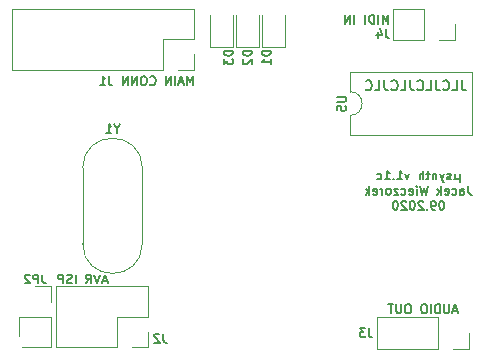
<source format=gbr>
G04 #@! TF.GenerationSoftware,KiCad,Pcbnew,5.1.6*
G04 #@! TF.CreationDate,2020-09-05T16:15:09+02:00*
G04 #@! TF.ProjectId,usynth,7573796e-7468-42e6-9b69-6361645f7063,2*
G04 #@! TF.SameCoordinates,Original*
G04 #@! TF.FileFunction,Legend,Bot*
G04 #@! TF.FilePolarity,Positive*
%FSLAX46Y46*%
G04 Gerber Fmt 4.6, Leading zero omitted, Abs format (unit mm)*
G04 Created by KiCad (PCBNEW 5.1.6) date 2020-09-05 16:15:09*
%MOMM*%
%LPD*%
G01*
G04 APERTURE LIST*
%ADD10C,0.150000*%
%ADD11C,0.120000*%
%ADD12C,1.254000*%
%ADD13O,1.802000X1.802000*%
%ADD14R,1.802000X1.802000*%
%ADD15C,1.602000*%
%ADD16O,1.702000X1.702000*%
%ADD17R,1.702000X1.702000*%
G04 APERTURE END LIST*
D10*
X152523928Y-61939285D02*
X152523928Y-61189285D01*
X152273928Y-61725000D01*
X152023928Y-61189285D01*
X152023928Y-61939285D01*
X151666785Y-61939285D02*
X151666785Y-61189285D01*
X151309642Y-61939285D02*
X151309642Y-61189285D01*
X151131071Y-61189285D01*
X151023928Y-61225000D01*
X150952500Y-61296428D01*
X150916785Y-61367857D01*
X150881071Y-61510714D01*
X150881071Y-61617857D01*
X150916785Y-61760714D01*
X150952500Y-61832142D01*
X151023928Y-61903571D01*
X151131071Y-61939285D01*
X151309642Y-61939285D01*
X150559642Y-61939285D02*
X150559642Y-61189285D01*
X149631071Y-61939285D02*
X149631071Y-61189285D01*
X149273928Y-61939285D02*
X149273928Y-61189285D01*
X148845357Y-61939285D01*
X148845357Y-61189285D01*
X158726190Y-66734523D02*
X158726190Y-67341666D01*
X158766666Y-67463095D01*
X158847619Y-67544047D01*
X158969047Y-67584523D01*
X159050000Y-67584523D01*
X157916666Y-67584523D02*
X158321428Y-67584523D01*
X158321428Y-66734523D01*
X157147619Y-67503571D02*
X157188095Y-67544047D01*
X157309523Y-67584523D01*
X157390476Y-67584523D01*
X157511904Y-67544047D01*
X157592857Y-67463095D01*
X157633333Y-67382142D01*
X157673809Y-67220238D01*
X157673809Y-67098809D01*
X157633333Y-66936904D01*
X157592857Y-66855952D01*
X157511904Y-66775000D01*
X157390476Y-66734523D01*
X157309523Y-66734523D01*
X157188095Y-66775000D01*
X157147619Y-66815476D01*
X156540476Y-66734523D02*
X156540476Y-67341666D01*
X156580952Y-67463095D01*
X156661904Y-67544047D01*
X156783333Y-67584523D01*
X156864285Y-67584523D01*
X155730952Y-67584523D02*
X156135714Y-67584523D01*
X156135714Y-66734523D01*
X154961904Y-67503571D02*
X155002380Y-67544047D01*
X155123809Y-67584523D01*
X155204761Y-67584523D01*
X155326190Y-67544047D01*
X155407142Y-67463095D01*
X155447619Y-67382142D01*
X155488095Y-67220238D01*
X155488095Y-67098809D01*
X155447619Y-66936904D01*
X155407142Y-66855952D01*
X155326190Y-66775000D01*
X155204761Y-66734523D01*
X155123809Y-66734523D01*
X155002380Y-66775000D01*
X154961904Y-66815476D01*
X154354761Y-66734523D02*
X154354761Y-67341666D01*
X154395238Y-67463095D01*
X154476190Y-67544047D01*
X154597619Y-67584523D01*
X154678571Y-67584523D01*
X153545238Y-67584523D02*
X153950000Y-67584523D01*
X153950000Y-66734523D01*
X152776190Y-67503571D02*
X152816666Y-67544047D01*
X152938095Y-67584523D01*
X153019047Y-67584523D01*
X153140476Y-67544047D01*
X153221428Y-67463095D01*
X153261904Y-67382142D01*
X153302380Y-67220238D01*
X153302380Y-67098809D01*
X153261904Y-66936904D01*
X153221428Y-66855952D01*
X153140476Y-66775000D01*
X153019047Y-66734523D01*
X152938095Y-66734523D01*
X152816666Y-66775000D01*
X152776190Y-66815476D01*
X152169047Y-66734523D02*
X152169047Y-67341666D01*
X152209523Y-67463095D01*
X152290476Y-67544047D01*
X152411904Y-67584523D01*
X152492857Y-67584523D01*
X151359523Y-67584523D02*
X151764285Y-67584523D01*
X151764285Y-66734523D01*
X150590476Y-67503571D02*
X150630952Y-67544047D01*
X150752380Y-67584523D01*
X150833333Y-67584523D01*
X150954761Y-67544047D01*
X151035714Y-67463095D01*
X151076190Y-67382142D01*
X151116666Y-67220238D01*
X151116666Y-67098809D01*
X151076190Y-66936904D01*
X151035714Y-66855952D01*
X150954761Y-66775000D01*
X150833333Y-66734523D01*
X150752380Y-66734523D01*
X150630952Y-66775000D01*
X150590476Y-66815476D01*
X135982142Y-67139285D02*
X135982142Y-66389285D01*
X135732142Y-66925000D01*
X135482142Y-66389285D01*
X135482142Y-67139285D01*
X135160714Y-66925000D02*
X134803571Y-66925000D01*
X135232142Y-67139285D02*
X134982142Y-66389285D01*
X134732142Y-67139285D01*
X134482142Y-67139285D02*
X134482142Y-66389285D01*
X134125000Y-67139285D02*
X134125000Y-66389285D01*
X133696428Y-67139285D01*
X133696428Y-66389285D01*
X132339285Y-67067857D02*
X132375000Y-67103571D01*
X132482142Y-67139285D01*
X132553571Y-67139285D01*
X132660714Y-67103571D01*
X132732142Y-67032142D01*
X132767857Y-66960714D01*
X132803571Y-66817857D01*
X132803571Y-66710714D01*
X132767857Y-66567857D01*
X132732142Y-66496428D01*
X132660714Y-66425000D01*
X132553571Y-66389285D01*
X132482142Y-66389285D01*
X132375000Y-66425000D01*
X132339285Y-66460714D01*
X131875000Y-66389285D02*
X131732142Y-66389285D01*
X131660714Y-66425000D01*
X131589285Y-66496428D01*
X131553571Y-66639285D01*
X131553571Y-66889285D01*
X131589285Y-67032142D01*
X131660714Y-67103571D01*
X131732142Y-67139285D01*
X131875000Y-67139285D01*
X131946428Y-67103571D01*
X132017857Y-67032142D01*
X132053571Y-66889285D01*
X132053571Y-66639285D01*
X132017857Y-66496428D01*
X131946428Y-66425000D01*
X131875000Y-66389285D01*
X131232142Y-67139285D02*
X131232142Y-66389285D01*
X130803571Y-67139285D01*
X130803571Y-66389285D01*
X130446428Y-67139285D02*
X130446428Y-66389285D01*
X130017857Y-67139285D01*
X130017857Y-66389285D01*
X158323000Y-86231000D02*
X157965857Y-86231000D01*
X158394428Y-86445285D02*
X158144428Y-85695285D01*
X157894428Y-86445285D01*
X157644428Y-85695285D02*
X157644428Y-86302428D01*
X157608714Y-86373857D01*
X157573000Y-86409571D01*
X157501571Y-86445285D01*
X157358714Y-86445285D01*
X157287285Y-86409571D01*
X157251571Y-86373857D01*
X157215857Y-86302428D01*
X157215857Y-85695285D01*
X156858714Y-86445285D02*
X156858714Y-85695285D01*
X156680142Y-85695285D01*
X156573000Y-85731000D01*
X156501571Y-85802428D01*
X156465857Y-85873857D01*
X156430142Y-86016714D01*
X156430142Y-86123857D01*
X156465857Y-86266714D01*
X156501571Y-86338142D01*
X156573000Y-86409571D01*
X156680142Y-86445285D01*
X156858714Y-86445285D01*
X156108714Y-86445285D02*
X156108714Y-85695285D01*
X155608714Y-85695285D02*
X155465857Y-85695285D01*
X155394428Y-85731000D01*
X155323000Y-85802428D01*
X155287285Y-85945285D01*
X155287285Y-86195285D01*
X155323000Y-86338142D01*
X155394428Y-86409571D01*
X155465857Y-86445285D01*
X155608714Y-86445285D01*
X155680142Y-86409571D01*
X155751571Y-86338142D01*
X155787285Y-86195285D01*
X155787285Y-85945285D01*
X155751571Y-85802428D01*
X155680142Y-85731000D01*
X155608714Y-85695285D01*
X154251571Y-85695285D02*
X154108714Y-85695285D01*
X154037285Y-85731000D01*
X153965857Y-85802428D01*
X153930142Y-85945285D01*
X153930142Y-86195285D01*
X153965857Y-86338142D01*
X154037285Y-86409571D01*
X154108714Y-86445285D01*
X154251571Y-86445285D01*
X154323000Y-86409571D01*
X154394428Y-86338142D01*
X154430142Y-86195285D01*
X154430142Y-85945285D01*
X154394428Y-85802428D01*
X154323000Y-85731000D01*
X154251571Y-85695285D01*
X153608714Y-85695285D02*
X153608714Y-86302428D01*
X153573000Y-86373857D01*
X153537285Y-86409571D01*
X153465857Y-86445285D01*
X153323000Y-86445285D01*
X153251571Y-86409571D01*
X153215857Y-86373857D01*
X153180142Y-86302428D01*
X153180142Y-85695285D01*
X152930142Y-85695285D02*
X152501571Y-85695285D01*
X152715857Y-86445285D02*
X152715857Y-85695285D01*
X128671428Y-83725000D02*
X128314285Y-83725000D01*
X128742857Y-83939285D02*
X128492857Y-83189285D01*
X128242857Y-83939285D01*
X128100000Y-83189285D02*
X127850000Y-83939285D01*
X127600000Y-83189285D01*
X126921428Y-83939285D02*
X127171428Y-83582142D01*
X127350000Y-83939285D02*
X127350000Y-83189285D01*
X127064285Y-83189285D01*
X126992857Y-83225000D01*
X126957142Y-83260714D01*
X126921428Y-83332142D01*
X126921428Y-83439285D01*
X126957142Y-83510714D01*
X126992857Y-83546428D01*
X127064285Y-83582142D01*
X127350000Y-83582142D01*
X126028571Y-83939285D02*
X126028571Y-83189285D01*
X125707142Y-83903571D02*
X125600000Y-83939285D01*
X125421428Y-83939285D01*
X125350000Y-83903571D01*
X125314285Y-83867857D01*
X125278571Y-83796428D01*
X125278571Y-83725000D01*
X125314285Y-83653571D01*
X125350000Y-83617857D01*
X125421428Y-83582142D01*
X125564285Y-83546428D01*
X125635714Y-83510714D01*
X125671428Y-83475000D01*
X125707142Y-83403571D01*
X125707142Y-83332142D01*
X125671428Y-83260714D01*
X125635714Y-83225000D01*
X125564285Y-83189285D01*
X125385714Y-83189285D01*
X125278571Y-83225000D01*
X124957142Y-83939285D02*
X124957142Y-83189285D01*
X124671428Y-83189285D01*
X124600000Y-83225000D01*
X124564285Y-83260714D01*
X124528571Y-83332142D01*
X124528571Y-83439285D01*
X124564285Y-83510714D01*
X124600000Y-83546428D01*
X124671428Y-83582142D01*
X124957142Y-83582142D01*
X158549142Y-74637285D02*
X158549142Y-75387285D01*
X158192000Y-75030142D02*
X158156285Y-75101571D01*
X158084857Y-75137285D01*
X158549142Y-75030142D02*
X158513428Y-75101571D01*
X158442000Y-75137285D01*
X158299142Y-75137285D01*
X158227714Y-75101571D01*
X158192000Y-75030142D01*
X158192000Y-74637285D01*
X157799142Y-75101571D02*
X157727714Y-75137285D01*
X157584857Y-75137285D01*
X157513428Y-75101571D01*
X157477714Y-75030142D01*
X157477714Y-74994428D01*
X157513428Y-74923000D01*
X157584857Y-74887285D01*
X157692000Y-74887285D01*
X157763428Y-74851571D01*
X157799142Y-74780142D01*
X157799142Y-74744428D01*
X157763428Y-74673000D01*
X157692000Y-74637285D01*
X157584857Y-74637285D01*
X157513428Y-74673000D01*
X157227714Y-74637285D02*
X157049142Y-75137285D01*
X156870571Y-74637285D02*
X157049142Y-75137285D01*
X157120571Y-75315857D01*
X157156285Y-75351571D01*
X157227714Y-75387285D01*
X156584857Y-74637285D02*
X156584857Y-75137285D01*
X156584857Y-74708714D02*
X156549142Y-74673000D01*
X156477714Y-74637285D01*
X156370571Y-74637285D01*
X156299142Y-74673000D01*
X156263428Y-74744428D01*
X156263428Y-75137285D01*
X156013428Y-74637285D02*
X155727714Y-74637285D01*
X155906285Y-74387285D02*
X155906285Y-75030142D01*
X155870571Y-75101571D01*
X155799142Y-75137285D01*
X155727714Y-75137285D01*
X155477714Y-75137285D02*
X155477714Y-74387285D01*
X155156285Y-75137285D02*
X155156285Y-74744428D01*
X155192000Y-74673000D01*
X155263428Y-74637285D01*
X155370571Y-74637285D01*
X155442000Y-74673000D01*
X155477714Y-74708714D01*
X154299142Y-74637285D02*
X154120571Y-75137285D01*
X153942000Y-74637285D01*
X153263428Y-75137285D02*
X153692000Y-75137285D01*
X153477714Y-75137285D02*
X153477714Y-74387285D01*
X153549142Y-74494428D01*
X153620571Y-74565857D01*
X153692000Y-74601571D01*
X152942000Y-75065857D02*
X152906285Y-75101571D01*
X152942000Y-75137285D01*
X152977714Y-75101571D01*
X152942000Y-75065857D01*
X152942000Y-75137285D01*
X152192000Y-75137285D02*
X152620571Y-75137285D01*
X152406285Y-75137285D02*
X152406285Y-74387285D01*
X152477714Y-74494428D01*
X152549142Y-74565857D01*
X152620571Y-74601571D01*
X151549142Y-75101571D02*
X151620571Y-75137285D01*
X151763428Y-75137285D01*
X151834857Y-75101571D01*
X151870571Y-75065857D01*
X151906285Y-74994428D01*
X151906285Y-74780142D01*
X151870571Y-74708714D01*
X151834857Y-74673000D01*
X151763428Y-74637285D01*
X151620571Y-74637285D01*
X151549142Y-74673000D01*
X159281285Y-75662285D02*
X159281285Y-76198000D01*
X159317000Y-76305142D01*
X159388428Y-76376571D01*
X159495571Y-76412285D01*
X159567000Y-76412285D01*
X158602714Y-76412285D02*
X158602714Y-76019428D01*
X158638428Y-75948000D01*
X158709857Y-75912285D01*
X158852714Y-75912285D01*
X158924142Y-75948000D01*
X158602714Y-76376571D02*
X158674142Y-76412285D01*
X158852714Y-76412285D01*
X158924142Y-76376571D01*
X158959857Y-76305142D01*
X158959857Y-76233714D01*
X158924142Y-76162285D01*
X158852714Y-76126571D01*
X158674142Y-76126571D01*
X158602714Y-76090857D01*
X157924142Y-76376571D02*
X157995571Y-76412285D01*
X158138428Y-76412285D01*
X158209857Y-76376571D01*
X158245571Y-76340857D01*
X158281285Y-76269428D01*
X158281285Y-76055142D01*
X158245571Y-75983714D01*
X158209857Y-75948000D01*
X158138428Y-75912285D01*
X157995571Y-75912285D01*
X157924142Y-75948000D01*
X157317000Y-76376571D02*
X157388428Y-76412285D01*
X157531285Y-76412285D01*
X157602714Y-76376571D01*
X157638428Y-76305142D01*
X157638428Y-76019428D01*
X157602714Y-75948000D01*
X157531285Y-75912285D01*
X157388428Y-75912285D01*
X157317000Y-75948000D01*
X157281285Y-76019428D01*
X157281285Y-76090857D01*
X157638428Y-76162285D01*
X156959857Y-76412285D02*
X156959857Y-75662285D01*
X156888428Y-76126571D02*
X156674142Y-76412285D01*
X156674142Y-75912285D02*
X156959857Y-76198000D01*
X155852714Y-75662285D02*
X155674142Y-76412285D01*
X155531285Y-75876571D01*
X155388428Y-76412285D01*
X155209857Y-75662285D01*
X154924142Y-76412285D02*
X154924142Y-75912285D01*
X154924142Y-75662285D02*
X154959857Y-75698000D01*
X154924142Y-75733714D01*
X154888428Y-75698000D01*
X154924142Y-75662285D01*
X154924142Y-75733714D01*
X154281285Y-76376571D02*
X154352714Y-76412285D01*
X154495571Y-76412285D01*
X154567000Y-76376571D01*
X154602714Y-76305142D01*
X154602714Y-76019428D01*
X154567000Y-75948000D01*
X154495571Y-75912285D01*
X154352714Y-75912285D01*
X154281285Y-75948000D01*
X154245571Y-76019428D01*
X154245571Y-76090857D01*
X154602714Y-76162285D01*
X153602714Y-76376571D02*
X153674142Y-76412285D01*
X153817000Y-76412285D01*
X153888428Y-76376571D01*
X153924142Y-76340857D01*
X153959857Y-76269428D01*
X153959857Y-76055142D01*
X153924142Y-75983714D01*
X153888428Y-75948000D01*
X153817000Y-75912285D01*
X153674142Y-75912285D01*
X153602714Y-75948000D01*
X153352714Y-75912285D02*
X152959857Y-75912285D01*
X153352714Y-76412285D01*
X152959857Y-76412285D01*
X152567000Y-76412285D02*
X152638428Y-76376571D01*
X152674142Y-76340857D01*
X152709857Y-76269428D01*
X152709857Y-76055142D01*
X152674142Y-75983714D01*
X152638428Y-75948000D01*
X152567000Y-75912285D01*
X152459857Y-75912285D01*
X152388428Y-75948000D01*
X152352714Y-75983714D01*
X152317000Y-76055142D01*
X152317000Y-76269428D01*
X152352714Y-76340857D01*
X152388428Y-76376571D01*
X152459857Y-76412285D01*
X152567000Y-76412285D01*
X151995571Y-76412285D02*
X151995571Y-75912285D01*
X151995571Y-76055142D02*
X151959857Y-75983714D01*
X151924142Y-75948000D01*
X151852714Y-75912285D01*
X151781285Y-75912285D01*
X151245571Y-76376571D02*
X151317000Y-76412285D01*
X151459857Y-76412285D01*
X151531285Y-76376571D01*
X151567000Y-76305142D01*
X151567000Y-76019428D01*
X151531285Y-75948000D01*
X151459857Y-75912285D01*
X151317000Y-75912285D01*
X151245571Y-75948000D01*
X151209857Y-76019428D01*
X151209857Y-76090857D01*
X151567000Y-76162285D01*
X150888428Y-76412285D02*
X150888428Y-75662285D01*
X150817000Y-76126571D02*
X150602714Y-76412285D01*
X150602714Y-75912285D02*
X150888428Y-76198000D01*
X157067000Y-76937285D02*
X156995571Y-76937285D01*
X156924142Y-76973000D01*
X156888428Y-77008714D01*
X156852714Y-77080142D01*
X156817000Y-77223000D01*
X156817000Y-77401571D01*
X156852714Y-77544428D01*
X156888428Y-77615857D01*
X156924142Y-77651571D01*
X156995571Y-77687285D01*
X157067000Y-77687285D01*
X157138428Y-77651571D01*
X157174142Y-77615857D01*
X157209857Y-77544428D01*
X157245571Y-77401571D01*
X157245571Y-77223000D01*
X157209857Y-77080142D01*
X157174142Y-77008714D01*
X157138428Y-76973000D01*
X157067000Y-76937285D01*
X156459857Y-77687285D02*
X156317000Y-77687285D01*
X156245571Y-77651571D01*
X156209857Y-77615857D01*
X156138428Y-77508714D01*
X156102714Y-77365857D01*
X156102714Y-77080142D01*
X156138428Y-77008714D01*
X156174142Y-76973000D01*
X156245571Y-76937285D01*
X156388428Y-76937285D01*
X156459857Y-76973000D01*
X156495571Y-77008714D01*
X156531285Y-77080142D01*
X156531285Y-77258714D01*
X156495571Y-77330142D01*
X156459857Y-77365857D01*
X156388428Y-77401571D01*
X156245571Y-77401571D01*
X156174142Y-77365857D01*
X156138428Y-77330142D01*
X156102714Y-77258714D01*
X155781285Y-77615857D02*
X155745571Y-77651571D01*
X155781285Y-77687285D01*
X155817000Y-77651571D01*
X155781285Y-77615857D01*
X155781285Y-77687285D01*
X155459857Y-77008714D02*
X155424142Y-76973000D01*
X155352714Y-76937285D01*
X155174142Y-76937285D01*
X155102714Y-76973000D01*
X155067000Y-77008714D01*
X155031285Y-77080142D01*
X155031285Y-77151571D01*
X155067000Y-77258714D01*
X155495571Y-77687285D01*
X155031285Y-77687285D01*
X154567000Y-76937285D02*
X154495571Y-76937285D01*
X154424142Y-76973000D01*
X154388428Y-77008714D01*
X154352714Y-77080142D01*
X154317000Y-77223000D01*
X154317000Y-77401571D01*
X154352714Y-77544428D01*
X154388428Y-77615857D01*
X154424142Y-77651571D01*
X154495571Y-77687285D01*
X154567000Y-77687285D01*
X154638428Y-77651571D01*
X154674142Y-77615857D01*
X154709857Y-77544428D01*
X154745571Y-77401571D01*
X154745571Y-77223000D01*
X154709857Y-77080142D01*
X154674142Y-77008714D01*
X154638428Y-76973000D01*
X154567000Y-76937285D01*
X154031285Y-77008714D02*
X153995571Y-76973000D01*
X153924142Y-76937285D01*
X153745571Y-76937285D01*
X153674142Y-76973000D01*
X153638428Y-77008714D01*
X153602714Y-77080142D01*
X153602714Y-77151571D01*
X153638428Y-77258714D01*
X154067000Y-77687285D01*
X153602714Y-77687285D01*
X153138428Y-76937285D02*
X153067000Y-76937285D01*
X152995571Y-76973000D01*
X152959857Y-77008714D01*
X152924142Y-77080142D01*
X152888428Y-77223000D01*
X152888428Y-77401571D01*
X152924142Y-77544428D01*
X152959857Y-77615857D01*
X152995571Y-77651571D01*
X153067000Y-77687285D01*
X153138428Y-77687285D01*
X153209857Y-77651571D01*
X153245571Y-77615857D01*
X153281285Y-77544428D01*
X153317000Y-77401571D01*
X153317000Y-77223000D01*
X153281285Y-77080142D01*
X153245571Y-77008714D01*
X153209857Y-76973000D01*
X153138428Y-76937285D01*
D11*
X139360000Y-61200000D02*
X139360000Y-63885000D01*
X139360000Y-63885000D02*
X137440000Y-63885000D01*
X137440000Y-63885000D02*
X137440000Y-61200000D01*
X120670000Y-65870000D02*
X120670000Y-60670000D01*
X133430000Y-65870000D02*
X120670000Y-65870000D01*
X136030000Y-60670000D02*
X120670000Y-60670000D01*
X133430000Y-65870000D02*
X133430000Y-63270000D01*
X133430000Y-63270000D02*
X136030000Y-63270000D01*
X136030000Y-63270000D02*
X136030000Y-60670000D01*
X134700000Y-65870000D02*
X136030000Y-65870000D01*
X136030000Y-65870000D02*
X136030000Y-64540000D01*
X141560000Y-61200000D02*
X141560000Y-63885000D01*
X141560000Y-63885000D02*
X139640000Y-63885000D01*
X139640000Y-63885000D02*
X139640000Y-61200000D01*
X143760000Y-61200000D02*
X143760000Y-63885000D01*
X143760000Y-63885000D02*
X141840000Y-63885000D01*
X141840000Y-63885000D02*
X141840000Y-61200000D01*
X126634000Y-74170000D02*
X126634000Y-80570000D01*
X131684000Y-74170000D02*
X131684000Y-80570000D01*
X131684000Y-80570000D02*
G75*
G02*
X126634000Y-80570000I-2525000J0D01*
G01*
X131684000Y-74170000D02*
G75*
G03*
X126634000Y-74170000I-2525000J0D01*
G01*
X149292000Y-67707000D02*
X149292000Y-66057000D01*
X149292000Y-66057000D02*
X159572000Y-66057000D01*
X159572000Y-66057000D02*
X159572000Y-71357000D01*
X159572000Y-71357000D02*
X149292000Y-71357000D01*
X149292000Y-71357000D02*
X149292000Y-69707000D01*
X149292000Y-69707000D02*
G75*
G03*
X149292000Y-67707000I0J1000000D01*
G01*
X152930000Y-63330000D02*
X152930000Y-60670000D01*
X155530000Y-63330000D02*
X152930000Y-63330000D01*
X155530000Y-60670000D02*
X152930000Y-60670000D01*
X155530000Y-63330000D02*
X155530000Y-60670000D01*
X156800000Y-63330000D02*
X158130000Y-63330000D01*
X158130000Y-63330000D02*
X158130000Y-62000000D01*
X151578000Y-89468000D02*
X151578000Y-86808000D01*
X156718000Y-89468000D02*
X151578000Y-89468000D01*
X156718000Y-86808000D02*
X151578000Y-86808000D01*
X156718000Y-89468000D02*
X156718000Y-86808000D01*
X157988000Y-89468000D02*
X159318000Y-89468000D01*
X159318000Y-89468000D02*
X159318000Y-88138000D01*
X124390000Y-89341000D02*
X124390000Y-84141000D01*
X129530000Y-89341000D02*
X124390000Y-89341000D01*
X132130000Y-84141000D02*
X124390000Y-84141000D01*
X129530000Y-89341000D02*
X129530000Y-86741000D01*
X129530000Y-86741000D02*
X132130000Y-86741000D01*
X132130000Y-86741000D02*
X132130000Y-84141000D01*
X130800000Y-89341000D02*
X132130000Y-89341000D01*
X132130000Y-89341000D02*
X132130000Y-88011000D01*
X123930000Y-89341000D02*
X121270000Y-89341000D01*
X123930000Y-86741000D02*
X123930000Y-89341000D01*
X121270000Y-86741000D02*
X121270000Y-89341000D01*
X123930000Y-86741000D02*
X121270000Y-86741000D01*
X123930000Y-85471000D02*
X123930000Y-84141000D01*
X123930000Y-84141000D02*
X122600000Y-84141000D01*
D10*
X139339285Y-64246428D02*
X138589285Y-64246428D01*
X138589285Y-64425000D01*
X138625000Y-64532142D01*
X138696428Y-64603571D01*
X138767857Y-64639285D01*
X138910714Y-64675000D01*
X139017857Y-64675000D01*
X139160714Y-64639285D01*
X139232142Y-64603571D01*
X139303571Y-64532142D01*
X139339285Y-64425000D01*
X139339285Y-64246428D01*
X138589285Y-64925000D02*
X138589285Y-65389285D01*
X138875000Y-65139285D01*
X138875000Y-65246428D01*
X138910714Y-65317857D01*
X138946428Y-65353571D01*
X139017857Y-65389285D01*
X139196428Y-65389285D01*
X139267857Y-65353571D01*
X139303571Y-65317857D01*
X139339285Y-65246428D01*
X139339285Y-65032142D01*
X139303571Y-64960714D01*
X139267857Y-64925000D01*
X128850000Y-66389285D02*
X128850000Y-66925000D01*
X128885714Y-67032142D01*
X128957142Y-67103571D01*
X129064285Y-67139285D01*
X129135714Y-67139285D01*
X128100000Y-67139285D02*
X128528571Y-67139285D01*
X128314285Y-67139285D02*
X128314285Y-66389285D01*
X128385714Y-66496428D01*
X128457142Y-66567857D01*
X128528571Y-66603571D01*
X140939285Y-64246428D02*
X140189285Y-64246428D01*
X140189285Y-64425000D01*
X140225000Y-64532142D01*
X140296428Y-64603571D01*
X140367857Y-64639285D01*
X140510714Y-64675000D01*
X140617857Y-64675000D01*
X140760714Y-64639285D01*
X140832142Y-64603571D01*
X140903571Y-64532142D01*
X140939285Y-64425000D01*
X140939285Y-64246428D01*
X140260714Y-64960714D02*
X140225000Y-64996428D01*
X140189285Y-65067857D01*
X140189285Y-65246428D01*
X140225000Y-65317857D01*
X140260714Y-65353571D01*
X140332142Y-65389285D01*
X140403571Y-65389285D01*
X140510714Y-65353571D01*
X140939285Y-64925000D01*
X140939285Y-65389285D01*
X142539285Y-64246428D02*
X141789285Y-64246428D01*
X141789285Y-64425000D01*
X141825000Y-64532142D01*
X141896428Y-64603571D01*
X141967857Y-64639285D01*
X142110714Y-64675000D01*
X142217857Y-64675000D01*
X142360714Y-64639285D01*
X142432142Y-64603571D01*
X142503571Y-64532142D01*
X142539285Y-64425000D01*
X142539285Y-64246428D01*
X142539285Y-65389285D02*
X142539285Y-64960714D01*
X142539285Y-65175000D02*
X141789285Y-65175000D01*
X141896428Y-65103571D01*
X141967857Y-65032142D01*
X142003571Y-64960714D01*
X129516142Y-70848142D02*
X129516142Y-71205285D01*
X129766142Y-70455285D02*
X129516142Y-70848142D01*
X129266142Y-70455285D01*
X128623285Y-71205285D02*
X129051857Y-71205285D01*
X128837571Y-71205285D02*
X128837571Y-70455285D01*
X128909000Y-70562428D01*
X128980428Y-70633857D01*
X129051857Y-70669571D01*
X148179285Y-68135571D02*
X148786428Y-68135571D01*
X148857857Y-68171285D01*
X148893571Y-68207000D01*
X148929285Y-68278428D01*
X148929285Y-68421285D01*
X148893571Y-68492714D01*
X148857857Y-68528428D01*
X148786428Y-68564142D01*
X148179285Y-68564142D01*
X148179285Y-69278428D02*
X148179285Y-68921285D01*
X148536428Y-68885571D01*
X148500714Y-68921285D01*
X148465000Y-68992714D01*
X148465000Y-69171285D01*
X148500714Y-69242714D01*
X148536428Y-69278428D01*
X148607857Y-69314142D01*
X148786428Y-69314142D01*
X148857857Y-69278428D01*
X148893571Y-69242714D01*
X148929285Y-69171285D01*
X148929285Y-68992714D01*
X148893571Y-68921285D01*
X148857857Y-68885571D01*
X152290000Y-62389285D02*
X152290000Y-62925000D01*
X152325714Y-63032142D01*
X152397142Y-63103571D01*
X152504285Y-63139285D01*
X152575714Y-63139285D01*
X151611428Y-62639285D02*
X151611428Y-63139285D01*
X151790000Y-62353571D02*
X151968571Y-62889285D01*
X151504285Y-62889285D01*
X150850000Y-87727285D02*
X150850000Y-88263000D01*
X150885714Y-88370142D01*
X150957142Y-88441571D01*
X151064285Y-88477285D01*
X151135714Y-88477285D01*
X150564285Y-87727285D02*
X150100000Y-87727285D01*
X150350000Y-88013000D01*
X150242857Y-88013000D01*
X150171428Y-88048714D01*
X150135714Y-88084428D01*
X150100000Y-88155857D01*
X150100000Y-88334428D01*
X150135714Y-88405857D01*
X150171428Y-88441571D01*
X150242857Y-88477285D01*
X150457142Y-88477285D01*
X150528571Y-88441571D01*
X150564285Y-88405857D01*
X133450000Y-88189285D02*
X133450000Y-88725000D01*
X133485714Y-88832142D01*
X133557142Y-88903571D01*
X133664285Y-88939285D01*
X133735714Y-88939285D01*
X133128571Y-88260714D02*
X133092857Y-88225000D01*
X133021428Y-88189285D01*
X132842857Y-88189285D01*
X132771428Y-88225000D01*
X132735714Y-88260714D01*
X132700000Y-88332142D01*
X132700000Y-88403571D01*
X132735714Y-88510714D01*
X133164285Y-88939285D01*
X132700000Y-88939285D01*
X123225000Y-83189285D02*
X123225000Y-83725000D01*
X123260714Y-83832142D01*
X123332142Y-83903571D01*
X123439285Y-83939285D01*
X123510714Y-83939285D01*
X122867857Y-83939285D02*
X122867857Y-83189285D01*
X122582142Y-83189285D01*
X122510714Y-83225000D01*
X122475000Y-83260714D01*
X122439285Y-83332142D01*
X122439285Y-83439285D01*
X122475000Y-83510714D01*
X122510714Y-83546428D01*
X122582142Y-83582142D01*
X122867857Y-83582142D01*
X122153571Y-83260714D02*
X122117857Y-83225000D01*
X122046428Y-83189285D01*
X121867857Y-83189285D01*
X121796428Y-83225000D01*
X121760714Y-83260714D01*
X121725000Y-83332142D01*
X121725000Y-83403571D01*
X121760714Y-83510714D01*
X122189285Y-83939285D01*
X121725000Y-83939285D01*
%LPC*%
D12*
X121000000Y-89000000D03*
X159000000Y-61000000D03*
G36*
G01*
X138881750Y-61801000D02*
X137918250Y-61801000D01*
G75*
G02*
X137649000Y-61531750I0J269250D01*
G01*
X137649000Y-60993250D01*
G75*
G02*
X137918250Y-60724000I269250J0D01*
G01*
X138881750Y-60724000D01*
G75*
G02*
X139151000Y-60993250I0J-269250D01*
G01*
X139151000Y-61531750D01*
G75*
G02*
X138881750Y-61801000I-269250J0D01*
G01*
G37*
G36*
G01*
X138881750Y-63676000D02*
X137918250Y-63676000D01*
G75*
G02*
X137649000Y-63406750I0J269250D01*
G01*
X137649000Y-62868250D01*
G75*
G02*
X137918250Y-62599000I269250J0D01*
G01*
X138881750Y-62599000D01*
G75*
G02*
X139151000Y-62868250I0J-269250D01*
G01*
X139151000Y-63406750D01*
G75*
G02*
X138881750Y-63676000I-269250J0D01*
G01*
G37*
D13*
X122000000Y-62000000D03*
X122000000Y-64540000D03*
X124540000Y-62000000D03*
X124540000Y-64540000D03*
X127080000Y-62000000D03*
X127080000Y-64540000D03*
X129620000Y-62000000D03*
X129620000Y-64540000D03*
X132160000Y-62000000D03*
X132160000Y-64540000D03*
X134700000Y-62000000D03*
D14*
X134700000Y-64540000D03*
G36*
G01*
X141081750Y-61801000D02*
X140118250Y-61801000D01*
G75*
G02*
X139849000Y-61531750I0J269250D01*
G01*
X139849000Y-60993250D01*
G75*
G02*
X140118250Y-60724000I269250J0D01*
G01*
X141081750Y-60724000D01*
G75*
G02*
X141351000Y-60993250I0J-269250D01*
G01*
X141351000Y-61531750D01*
G75*
G02*
X141081750Y-61801000I-269250J0D01*
G01*
G37*
G36*
G01*
X141081750Y-63676000D02*
X140118250Y-63676000D01*
G75*
G02*
X139849000Y-63406750I0J269250D01*
G01*
X139849000Y-62868250D01*
G75*
G02*
X140118250Y-62599000I269250J0D01*
G01*
X141081750Y-62599000D01*
G75*
G02*
X141351000Y-62868250I0J-269250D01*
G01*
X141351000Y-63406750D01*
G75*
G02*
X141081750Y-63676000I-269250J0D01*
G01*
G37*
G36*
G01*
X143281750Y-61801000D02*
X142318250Y-61801000D01*
G75*
G02*
X142049000Y-61531750I0J269250D01*
G01*
X142049000Y-60993250D01*
G75*
G02*
X142318250Y-60724000I269250J0D01*
G01*
X143281750Y-60724000D01*
G75*
G02*
X143551000Y-60993250I0J-269250D01*
G01*
X143551000Y-61531750D01*
G75*
G02*
X143281750Y-61801000I-269250J0D01*
G01*
G37*
G36*
G01*
X143281750Y-63676000D02*
X142318250Y-63676000D01*
G75*
G02*
X142049000Y-63406750I0J269250D01*
G01*
X142049000Y-62868250D01*
G75*
G02*
X142318250Y-62599000I269250J0D01*
G01*
X143281750Y-62599000D01*
G75*
G02*
X143551000Y-62868250I0J-269250D01*
G01*
X143551000Y-63406750D01*
G75*
G02*
X143281750Y-63676000I-269250J0D01*
G01*
G37*
D15*
X129159000Y-79810000D03*
X129159000Y-74930000D03*
D16*
X150622000Y-72517000D03*
X158242000Y-64897000D03*
X153162000Y-72517000D03*
X155702000Y-64897000D03*
X155702000Y-72517000D03*
X153162000Y-64897000D03*
X158242000Y-72517000D03*
D17*
X150622000Y-64897000D03*
D13*
X154260000Y-62000000D03*
D14*
X156800000Y-62000000D03*
D13*
X152908000Y-88138000D03*
X155448000Y-88138000D03*
D14*
X157988000Y-88138000D03*
D13*
X125720000Y-85471000D03*
X125720000Y-88011000D03*
X128260000Y-85471000D03*
X128260000Y-88011000D03*
X130800000Y-85471000D03*
D14*
X130800000Y-88011000D03*
D13*
X122600000Y-88011000D03*
D14*
X122600000Y-85471000D03*
M02*

</source>
